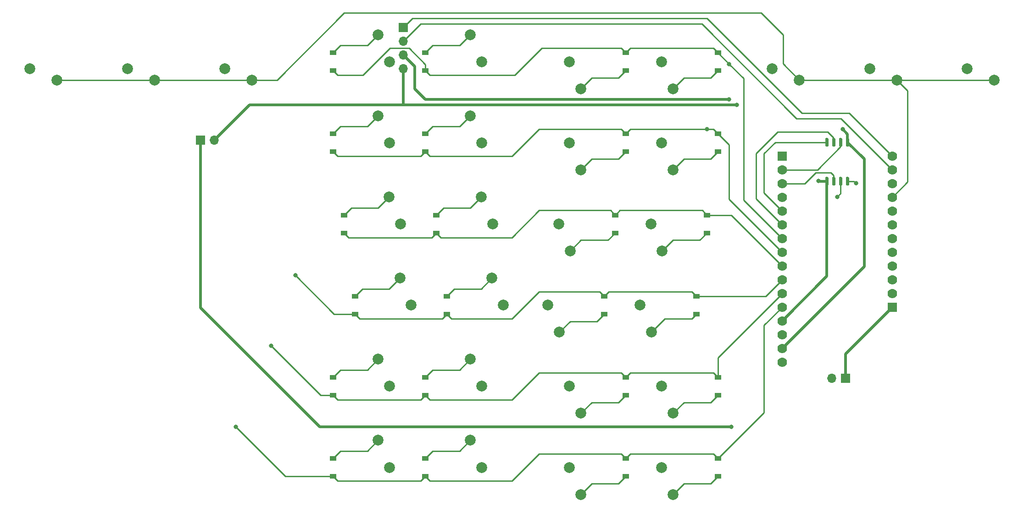
<source format=gbr>
G04 #@! TF.GenerationSoftware,KiCad,Pcbnew,5.1.6*
G04 #@! TF.CreationDate,2020-07-29T22:41:57-05:00*
G04 #@! TF.ProjectId,mobile-steno,6d6f6269-6c65-42d7-9374-656e6f2e6b69,rev?*
G04 #@! TF.SameCoordinates,Original*
G04 #@! TF.FileFunction,Copper,L2,Bot*
G04 #@! TF.FilePolarity,Positive*
%FSLAX46Y46*%
G04 Gerber Fmt 4.6, Leading zero omitted, Abs format (unit mm)*
G04 Created by KiCad (PCBNEW 5.1.6) date 2020-07-29 22:41:57*
%MOMM*%
%LPD*%
G01*
G04 APERTURE LIST*
G04 #@! TA.AperFunction,ComponentPad*
%ADD10C,2.000000*%
G04 #@! TD*
G04 #@! TA.AperFunction,ComponentPad*
%ADD11O,1.700000X1.700000*%
G04 #@! TD*
G04 #@! TA.AperFunction,ComponentPad*
%ADD12R,1.700000X1.700000*%
G04 #@! TD*
G04 #@! TA.AperFunction,SMDPad,CuDef*
%ADD13R,1.200000X0.900000*%
G04 #@! TD*
G04 #@! TA.AperFunction,ComponentPad*
%ADD14C,1.778000*%
G04 #@! TD*
G04 #@! TA.AperFunction,ComponentPad*
%ADD15R,1.778000X1.778000*%
G04 #@! TD*
G04 #@! TA.AperFunction,ViaPad*
%ADD16C,0.800000*%
G04 #@! TD*
G04 #@! TA.AperFunction,Conductor*
%ADD17C,0.250000*%
G04 #@! TD*
G04 #@! TA.AperFunction,Conductor*
%ADD18C,0.508000*%
G04 #@! TD*
G04 #@! TA.AperFunction,Conductor*
%ADD19C,0.254000*%
G04 #@! TD*
G04 APERTURE END LIST*
D10*
X88711740Y-37650780D03*
X90811740Y-42650780D03*
X88711740Y-52650780D03*
X90811740Y-57650780D03*
X109711740Y-82650780D03*
X111811740Y-87650780D03*
X197411740Y-43950780D03*
X202411740Y-46050780D03*
X143111740Y-122650780D03*
X141011740Y-117650780D03*
X88711740Y-112650780D03*
X90811740Y-117650780D03*
D11*
X172371740Y-101150780D03*
D12*
X174911740Y-101150780D03*
D10*
X126111740Y-62650780D03*
X124011740Y-57650780D03*
X161411740Y-43950780D03*
X166411740Y-46050780D03*
X179411740Y-43950780D03*
X184411740Y-46050780D03*
X60411740Y-43950780D03*
X65411740Y-46050780D03*
X42411740Y-43950780D03*
X47411740Y-46050780D03*
X24411740Y-43950780D03*
X29411740Y-46050780D03*
X143111740Y-47650780D03*
X141011740Y-42650780D03*
X143111740Y-62650780D03*
X141011740Y-57650780D03*
X141111740Y-77650780D03*
X139011740Y-72650780D03*
X139111740Y-92650780D03*
X137011740Y-87650780D03*
X143111740Y-107650780D03*
X141011740Y-102650780D03*
X126111740Y-47650780D03*
X124011740Y-42650780D03*
X124111740Y-77650780D03*
X122011740Y-72650780D03*
X122111740Y-92650780D03*
X120011740Y-87650780D03*
X126111740Y-107650780D03*
X124011740Y-102650780D03*
X126111740Y-122650780D03*
X124011740Y-117650780D03*
X90711740Y-67650780D03*
X92811740Y-72650780D03*
X92711740Y-82650780D03*
X94811740Y-87650780D03*
X88711740Y-97650780D03*
X90811740Y-102650780D03*
X105711740Y-37650780D03*
X107811740Y-42650780D03*
X105711740Y-52650780D03*
X107811740Y-57650780D03*
X107711740Y-67650780D03*
X109811740Y-72650780D03*
X105711740Y-97650780D03*
X107811740Y-102650780D03*
X105711740Y-112650780D03*
X107811740Y-117650780D03*
D13*
X151411740Y-41000780D03*
X151411740Y-44300780D03*
X151411740Y-56000780D03*
X151411740Y-59300780D03*
X149411740Y-71000780D03*
X149411740Y-74300780D03*
X147411740Y-86005781D03*
X147411740Y-89305781D03*
X151411740Y-101000780D03*
X151411740Y-104300780D03*
X151411740Y-116000780D03*
X151411740Y-119300780D03*
X134411740Y-41000780D03*
X134411740Y-44300780D03*
X134411740Y-56000780D03*
X134411740Y-59300780D03*
X132411740Y-71000780D03*
X132411740Y-74300780D03*
X130411740Y-86000780D03*
X130411740Y-89300780D03*
X134411740Y-101000780D03*
X134411740Y-104300780D03*
X134411740Y-116000780D03*
X134411740Y-119300780D03*
X80411740Y-44300780D03*
X80411740Y-41000780D03*
X80411740Y-59300780D03*
X80411740Y-56000780D03*
X82411740Y-74300780D03*
X82411740Y-71000780D03*
X84411740Y-89300780D03*
X84411740Y-86000780D03*
X80411740Y-104300780D03*
X80411740Y-101000780D03*
X80411740Y-119300780D03*
X80411740Y-116000780D03*
X97411740Y-44300780D03*
X97411740Y-41000780D03*
X97411740Y-59300780D03*
X97411740Y-56000780D03*
X99411740Y-74300780D03*
X99411740Y-71000780D03*
X101411740Y-89300780D03*
X101411740Y-86000780D03*
X97411740Y-104300780D03*
X97411740Y-101000780D03*
X97411740Y-119300780D03*
X97411740Y-116000780D03*
G04 #@! TA.AperFunction,SMDPad,CuDef*
G36*
G01*
X175466740Y-58350780D02*
X175166740Y-58350780D01*
G75*
G02*
X175016740Y-58200780I0J150000D01*
G01*
X175016740Y-56900780D01*
G75*
G02*
X175166740Y-56750780I150000J0D01*
G01*
X175466740Y-56750780D01*
G75*
G02*
X175616740Y-56900780I0J-150000D01*
G01*
X175616740Y-58200780D01*
G75*
G02*
X175466740Y-58350780I-150000J0D01*
G01*
G37*
G04 #@! TD.AperFunction*
G04 #@! TA.AperFunction,SMDPad,CuDef*
G36*
G01*
X174196740Y-58350780D02*
X173896740Y-58350780D01*
G75*
G02*
X173746740Y-58200780I0J150000D01*
G01*
X173746740Y-56900780D01*
G75*
G02*
X173896740Y-56750780I150000J0D01*
G01*
X174196740Y-56750780D01*
G75*
G02*
X174346740Y-56900780I0J-150000D01*
G01*
X174346740Y-58200780D01*
G75*
G02*
X174196740Y-58350780I-150000J0D01*
G01*
G37*
G04 #@! TD.AperFunction*
G04 #@! TA.AperFunction,SMDPad,CuDef*
G36*
G01*
X172926740Y-58350780D02*
X172626740Y-58350780D01*
G75*
G02*
X172476740Y-58200780I0J150000D01*
G01*
X172476740Y-56900780D01*
G75*
G02*
X172626740Y-56750780I150000J0D01*
G01*
X172926740Y-56750780D01*
G75*
G02*
X173076740Y-56900780I0J-150000D01*
G01*
X173076740Y-58200780D01*
G75*
G02*
X172926740Y-58350780I-150000J0D01*
G01*
G37*
G04 #@! TD.AperFunction*
G04 #@! TA.AperFunction,SMDPad,CuDef*
G36*
G01*
X171656740Y-58350780D02*
X171356740Y-58350780D01*
G75*
G02*
X171206740Y-58200780I0J150000D01*
G01*
X171206740Y-56900780D01*
G75*
G02*
X171356740Y-56750780I150000J0D01*
G01*
X171656740Y-56750780D01*
G75*
G02*
X171806740Y-56900780I0J-150000D01*
G01*
X171806740Y-58200780D01*
G75*
G02*
X171656740Y-58350780I-150000J0D01*
G01*
G37*
G04 #@! TD.AperFunction*
G04 #@! TA.AperFunction,SMDPad,CuDef*
G36*
G01*
X171656740Y-65550780D02*
X171356740Y-65550780D01*
G75*
G02*
X171206740Y-65400780I0J150000D01*
G01*
X171206740Y-64100780D01*
G75*
G02*
X171356740Y-63950780I150000J0D01*
G01*
X171656740Y-63950780D01*
G75*
G02*
X171806740Y-64100780I0J-150000D01*
G01*
X171806740Y-65400780D01*
G75*
G02*
X171656740Y-65550780I-150000J0D01*
G01*
G37*
G04 #@! TD.AperFunction*
G04 #@! TA.AperFunction,SMDPad,CuDef*
G36*
G01*
X172926740Y-65550780D02*
X172626740Y-65550780D01*
G75*
G02*
X172476740Y-65400780I0J150000D01*
G01*
X172476740Y-64100780D01*
G75*
G02*
X172626740Y-63950780I150000J0D01*
G01*
X172926740Y-63950780D01*
G75*
G02*
X173076740Y-64100780I0J-150000D01*
G01*
X173076740Y-65400780D01*
G75*
G02*
X172926740Y-65550780I-150000J0D01*
G01*
G37*
G04 #@! TD.AperFunction*
G04 #@! TA.AperFunction,SMDPad,CuDef*
G36*
G01*
X174196740Y-65550780D02*
X173896740Y-65550780D01*
G75*
G02*
X173746740Y-65400780I0J150000D01*
G01*
X173746740Y-64100780D01*
G75*
G02*
X173896740Y-63950780I150000J0D01*
G01*
X174196740Y-63950780D01*
G75*
G02*
X174346740Y-64100780I0J-150000D01*
G01*
X174346740Y-65400780D01*
G75*
G02*
X174196740Y-65550780I-150000J0D01*
G01*
G37*
G04 #@! TD.AperFunction*
G04 #@! TA.AperFunction,SMDPad,CuDef*
G36*
G01*
X175466740Y-65550780D02*
X175166740Y-65550780D01*
G75*
G02*
X175016740Y-65400780I0J150000D01*
G01*
X175016740Y-64100780D01*
G75*
G02*
X175166740Y-63950780I150000J0D01*
G01*
X175466740Y-63950780D01*
G75*
G02*
X175616740Y-64100780I0J-150000D01*
G01*
X175616740Y-65400780D01*
G75*
G02*
X175466740Y-65550780I-150000J0D01*
G01*
G37*
G04 #@! TD.AperFunction*
D11*
X93311740Y-38890780D03*
X93311740Y-41430780D03*
X93311740Y-43970780D03*
D12*
X93311740Y-36350780D03*
D11*
X58451740Y-57150780D03*
D12*
X55911740Y-57150780D03*
D14*
X163251740Y-98200780D03*
X163251740Y-95660780D03*
X163251740Y-93120780D03*
X163251740Y-90580780D03*
X163251740Y-88040780D03*
X163251740Y-85500780D03*
X163251740Y-82960780D03*
X163251740Y-80420780D03*
X163251740Y-77880780D03*
X163251740Y-75340780D03*
X163251740Y-72800780D03*
X163251740Y-70260780D03*
X163251740Y-67720780D03*
X163251740Y-65180780D03*
X163251740Y-62640780D03*
D15*
X163251740Y-60100780D03*
D14*
X183571740Y-85500780D03*
D15*
X183571740Y-88040780D03*
D14*
X183571740Y-82960780D03*
X183571740Y-80420780D03*
X183571740Y-77880780D03*
X183571740Y-75340780D03*
X183571740Y-72800780D03*
X183571740Y-70260780D03*
X183571740Y-67720780D03*
X183571740Y-65180780D03*
X183571740Y-62640780D03*
X183571740Y-60100780D03*
D16*
X169925807Y-64664847D03*
X154911712Y-50650780D03*
X62411740Y-110150780D03*
X68911740Y-95150780D03*
X73411740Y-82150780D03*
X149411740Y-55150780D03*
X153486740Y-43075780D03*
X153911740Y-110150780D03*
X153411740Y-49650780D03*
X174411740Y-55150780D03*
X176911740Y-65150780D03*
X173411740Y-67650780D03*
D17*
X97411740Y-116000780D02*
X98761740Y-114650780D01*
X103711740Y-114650780D02*
X105711740Y-112650780D01*
X98761740Y-114650780D02*
X103711740Y-114650780D01*
X97411740Y-101000780D02*
X98761740Y-99650780D01*
X103711740Y-99650780D02*
X105711740Y-97650780D01*
X98761740Y-99650780D02*
X103711740Y-99650780D01*
X101411740Y-86000780D02*
X102761740Y-84650780D01*
X107711740Y-84650780D02*
X109711740Y-82650780D01*
X102761740Y-84650780D02*
X107711740Y-84650780D01*
X99411740Y-71000780D02*
X100761740Y-69650780D01*
X105711740Y-69650780D02*
X107711740Y-67650780D01*
X100761740Y-69650780D02*
X105711740Y-69650780D01*
X97411740Y-56000780D02*
X98761740Y-54650780D01*
X103711740Y-54650780D02*
X105711740Y-52650780D01*
X98761740Y-54650780D02*
X103711740Y-54650780D01*
X97411740Y-41000780D02*
X98761740Y-39650780D01*
X103711740Y-39650780D02*
X105711740Y-37650780D01*
X98761740Y-39650780D02*
X103711740Y-39650780D01*
X80411740Y-116000780D02*
X81761740Y-114650780D01*
X86711740Y-114650780D02*
X88711740Y-112650780D01*
X81761740Y-114650780D02*
X86711740Y-114650780D01*
X80411740Y-101000780D02*
X81761740Y-99650780D01*
X86711740Y-99650780D02*
X88711740Y-97650780D01*
X81761740Y-99650780D02*
X86711740Y-99650780D01*
X84411740Y-86000780D02*
X85761740Y-84650780D01*
X90711740Y-84650780D02*
X92711740Y-82650780D01*
X85761740Y-84650780D02*
X90711740Y-84650780D01*
X82411740Y-71000780D02*
X83761740Y-69650780D01*
X88711740Y-69650780D02*
X90711740Y-67650780D01*
X83761740Y-69650780D02*
X88711740Y-69650780D01*
X80411740Y-56000780D02*
X81761740Y-54650780D01*
X86711740Y-54650780D02*
X88711740Y-52650780D01*
X81761740Y-54650780D02*
X86711740Y-54650780D01*
X80411740Y-41000780D02*
X81761740Y-39650780D01*
X86711740Y-39650780D02*
X88711740Y-37650780D01*
X81761740Y-39650780D02*
X86711740Y-39650780D01*
D18*
X171506740Y-82325780D02*
X171506740Y-64650780D01*
X163251740Y-90580780D02*
X171506740Y-82325780D01*
X170011740Y-64750780D02*
X169925807Y-64664847D01*
X171506740Y-64750780D02*
X170011740Y-64750780D01*
X154911712Y-50650752D02*
X154911712Y-50650780D01*
X154911684Y-50650780D02*
X154911712Y-50650752D01*
X64951740Y-50650780D02*
X154911684Y-50650780D01*
X58451740Y-57150780D02*
X64951740Y-50650780D01*
X93311740Y-50550780D02*
X93411740Y-50650780D01*
X93311740Y-43970780D02*
X93311740Y-50550780D01*
D17*
X97411740Y-119300780D02*
X96561740Y-120150780D01*
X81261740Y-120150780D02*
X80411740Y-119300780D01*
X96561740Y-120150780D02*
X81261740Y-120150780D01*
X97411740Y-119300780D02*
X98261740Y-120150780D01*
X98261740Y-120150780D02*
X113411740Y-120150780D01*
X113411740Y-120150780D02*
X118411740Y-115150780D01*
X133561740Y-115150780D02*
X134411740Y-116000780D01*
X118411740Y-115150780D02*
X133561740Y-115150780D01*
X150561740Y-115150780D02*
X151411740Y-116000780D01*
X135261740Y-115150780D02*
X150561740Y-115150780D01*
X134411740Y-116000780D02*
X135261740Y-115150780D01*
X71561740Y-119300780D02*
X80411740Y-119300780D01*
X62411740Y-110150780D02*
X71561740Y-119300780D01*
X151411740Y-116000780D02*
X159911740Y-107500780D01*
X159911740Y-91380780D02*
X163251740Y-88040780D01*
X159911740Y-107500780D02*
X159911740Y-91380780D01*
X135261740Y-100150780D02*
X134411740Y-101000780D01*
X150561740Y-100150780D02*
X135261740Y-100150780D01*
X151411740Y-101000780D02*
X150561740Y-100150780D01*
X81261740Y-105150780D02*
X80411740Y-104300780D01*
X96561740Y-105150780D02*
X81261740Y-105150780D01*
X97411740Y-104300780D02*
X96561740Y-105150780D01*
X98261740Y-105150780D02*
X97411740Y-104300780D01*
X113410241Y-105150780D02*
X98261740Y-105150780D01*
X118410241Y-100150780D02*
X113410241Y-105150780D01*
X133561740Y-100150780D02*
X118410241Y-100150780D01*
X134411740Y-101000780D02*
X133561740Y-100150780D01*
X78061740Y-104300780D02*
X80411740Y-104300780D01*
X68911740Y-95150780D02*
X78061740Y-104300780D01*
X151411740Y-97340780D02*
X163251740Y-85500780D01*
X151411740Y-101000780D02*
X151411740Y-97340780D01*
X129556739Y-85150780D02*
X130411740Y-86005781D01*
X113411740Y-90150780D02*
X118411740Y-85150780D01*
X102261740Y-90150780D02*
X113411740Y-90150780D01*
X118411740Y-85150780D02*
X129556739Y-85150780D01*
X101411740Y-89300780D02*
X102261740Y-90150780D01*
X146556739Y-85150780D02*
X147411740Y-86005781D01*
X131266741Y-85150780D02*
X146556739Y-85150780D01*
X130411740Y-86005781D02*
X131266741Y-85150780D01*
X85261740Y-90150780D02*
X84411740Y-89300780D01*
X100561740Y-90150780D02*
X85261740Y-90150780D01*
X101411740Y-89300780D02*
X100561740Y-90150780D01*
X80561740Y-89300780D02*
X84411740Y-89300780D01*
X73411740Y-82150780D02*
X80561740Y-89300780D01*
X160206739Y-86005781D02*
X163251740Y-82960780D01*
X147411740Y-86005781D02*
X160206739Y-86005781D01*
X148561740Y-70150780D02*
X149411740Y-71000780D01*
X133261740Y-70150780D02*
X148561740Y-70150780D01*
X132411740Y-71000780D02*
X133261740Y-70150780D01*
X131561740Y-70150780D02*
X132411740Y-71000780D01*
X113411740Y-75150780D02*
X118411740Y-70150780D01*
X100261740Y-75150780D02*
X113411740Y-75150780D01*
X118411740Y-70150780D02*
X131561740Y-70150780D01*
X99411740Y-74300780D02*
X100261740Y-75150780D01*
X98561740Y-75150780D02*
X99411740Y-74300780D01*
X83261740Y-75150780D02*
X98561740Y-75150780D01*
X82411740Y-74300780D02*
X83261740Y-75150780D01*
X153831740Y-71000780D02*
X163251740Y-80420780D01*
X149411740Y-71000780D02*
X153831740Y-71000780D01*
X97411740Y-59300780D02*
X96561740Y-60150780D01*
X81261740Y-60150780D02*
X80411740Y-59300780D01*
X96561740Y-60150780D02*
X81261740Y-60150780D01*
X133561740Y-55150780D02*
X134411740Y-56000780D01*
X118411740Y-55150780D02*
X133561740Y-55150780D01*
X113411740Y-60150780D02*
X118411740Y-55150780D01*
X98261740Y-60150780D02*
X113411740Y-60150780D01*
X97411740Y-59300780D02*
X98261740Y-60150780D01*
X150561740Y-55150780D02*
X151411740Y-56000780D01*
X134411740Y-56000780D02*
X135261740Y-55150780D01*
X153411740Y-68040780D02*
X163251740Y-77880780D01*
X151411740Y-56000780D02*
X153411740Y-58000780D01*
X153411740Y-62150780D02*
X153411740Y-68040780D01*
X153411740Y-58000780D02*
X153411740Y-62150780D01*
X149411740Y-55150780D02*
X150561740Y-55150780D01*
X135261740Y-55150780D02*
X149411740Y-55150780D01*
D19*
X29411740Y-46050780D02*
X65411740Y-46050780D01*
X166411740Y-46050780D02*
X202411740Y-46050780D01*
X82411740Y-33650780D02*
X159411740Y-33650780D01*
X70011740Y-46050780D02*
X82411740Y-33650780D01*
X163411740Y-43050780D02*
X166411740Y-46050780D01*
X163411740Y-37650780D02*
X163411740Y-43050780D01*
X159411740Y-33650780D02*
X163411740Y-37650780D01*
X65411740Y-46050780D02*
X70011740Y-46050780D01*
X186411740Y-64880780D02*
X186411740Y-48050780D01*
X186411740Y-48050780D02*
X184411740Y-46050780D01*
X183571740Y-67720780D02*
X186411740Y-64880780D01*
D17*
X134411740Y-104300780D02*
X133061740Y-105650780D01*
X128111740Y-105650780D02*
X126111740Y-107650780D01*
X133061740Y-105650780D02*
X128111740Y-105650780D01*
X130411740Y-89305781D02*
X129066741Y-90650780D01*
X124111740Y-90650780D02*
X122111740Y-92650780D01*
X129066741Y-90650780D02*
X124111740Y-90650780D01*
X134411740Y-41000780D02*
X135261740Y-40150780D01*
X150561740Y-40150780D02*
X151411740Y-41000780D01*
X135261740Y-40150780D02*
X150561740Y-40150780D01*
X98261740Y-45150780D02*
X97411740Y-44300780D01*
X118911740Y-40150780D02*
X113911740Y-45150780D01*
X133561740Y-40150780D02*
X118911740Y-40150780D01*
X113911740Y-45150780D02*
X98261740Y-45150780D01*
X134411740Y-41000780D02*
X133561740Y-40150780D01*
X151411740Y-41000780D02*
X153486740Y-43075780D01*
X90911740Y-40150780D02*
X94411740Y-40150780D01*
X97411740Y-43150780D02*
X97411740Y-44300780D01*
X85911740Y-45150780D02*
X90911740Y-40150780D01*
X81261740Y-45150780D02*
X85911740Y-45150780D01*
X94411740Y-40150780D02*
X97411740Y-43150780D01*
X80411740Y-44300780D02*
X81261740Y-45150780D01*
X153486740Y-43075780D02*
X156136741Y-45725781D01*
X156136741Y-45725781D02*
X156136741Y-68225781D01*
X156136741Y-68225781D02*
X163251740Y-75340780D01*
X134411740Y-119300780D02*
X133061740Y-120650780D01*
X128111740Y-120650780D02*
X126111740Y-122650780D01*
X133061740Y-120650780D02*
X128111740Y-120650780D01*
X132411740Y-74300780D02*
X131061740Y-75650780D01*
X126111740Y-75650780D02*
X124111740Y-77650780D01*
X131061740Y-75650780D02*
X126111740Y-75650780D01*
X134411740Y-59300780D02*
X133061740Y-60650780D01*
X128111740Y-60650780D02*
X126111740Y-62650780D01*
X133061740Y-60650780D02*
X128111740Y-60650780D01*
X134411740Y-44300780D02*
X133061740Y-45650780D01*
X128111740Y-45650780D02*
X126111740Y-47650780D01*
X133061740Y-45650780D02*
X128111740Y-45650780D01*
X151411740Y-119300780D02*
X150061740Y-120650780D01*
X145111740Y-120650780D02*
X143111740Y-122650780D01*
X150061740Y-120650780D02*
X145111740Y-120650780D01*
X151411740Y-104300780D02*
X150061740Y-105650780D01*
X145111740Y-105650780D02*
X143111740Y-107650780D01*
X150061740Y-105650780D02*
X145111740Y-105650780D01*
X141611740Y-90150780D02*
X139111740Y-92650780D01*
X146566741Y-90150780D02*
X141611740Y-90150780D01*
X147411740Y-89305781D02*
X146566741Y-90150780D01*
X149411740Y-74300780D02*
X148061740Y-75650780D01*
X143111740Y-75650780D02*
X141111740Y-77650780D01*
X148061740Y-75650780D02*
X143111740Y-75650780D01*
D18*
X174911740Y-96700780D02*
X183571740Y-88040780D01*
X174911740Y-101150780D02*
X174911740Y-96700780D01*
X77911740Y-110150780D02*
X153911740Y-110150780D01*
X55911740Y-88150780D02*
X77911740Y-110150780D01*
X55911740Y-57150780D02*
X55911740Y-88150780D01*
X178411740Y-60645780D02*
X175316740Y-57550780D01*
X178411740Y-80500780D02*
X178411740Y-60645780D01*
X163251740Y-95660780D02*
X178411740Y-80500780D01*
X93311740Y-41430780D02*
X95411740Y-43530780D01*
X95411740Y-43530780D02*
X95411740Y-47650780D01*
X95411740Y-47650780D02*
X97411740Y-49650780D01*
X97411740Y-49650780D02*
X153411740Y-49650780D01*
X175316740Y-56055780D02*
X175316740Y-57550780D01*
X174411740Y-55150780D02*
X175316740Y-56055780D01*
D19*
X148411740Y-35650780D02*
X96551740Y-35650780D01*
X96551740Y-35650780D02*
X93311740Y-38890780D01*
X165911740Y-53150780D02*
X148411740Y-35650780D01*
X174081740Y-53150780D02*
X165911740Y-53150780D01*
X183571740Y-62640780D02*
X174081740Y-53150780D01*
X175621740Y-52150780D02*
X183571740Y-60100780D01*
X149411740Y-34650780D02*
X166911740Y-52150780D01*
X166911740Y-52150780D02*
X175621740Y-52150780D01*
X95011740Y-34650780D02*
X149411740Y-34650780D01*
X93311740Y-36350780D02*
X95011740Y-34650780D01*
X163251740Y-72800780D02*
X158411740Y-67960780D01*
X158411740Y-67960780D02*
X158411740Y-59650780D01*
X158411740Y-59650780D02*
X162411740Y-55650780D01*
X172776740Y-56750780D02*
X172776740Y-57550780D01*
X171676740Y-55650780D02*
X172776740Y-56750780D01*
X162411740Y-55650780D02*
X171676740Y-55650780D01*
X176511740Y-64750780D02*
X176911740Y-65150780D01*
X175316740Y-64750780D02*
X176511740Y-64750780D01*
D17*
X151411740Y-59300780D02*
X150061740Y-60650780D01*
X145111740Y-60650780D02*
X143111740Y-62650780D01*
X150061740Y-60650780D02*
X145111740Y-60650780D01*
X151411740Y-44300780D02*
X150061740Y-45650780D01*
X145111740Y-45650780D02*
X143111740Y-47650780D01*
X150061740Y-45650780D02*
X145111740Y-45650780D01*
D19*
X174046740Y-67015780D02*
X173411740Y-67650780D01*
X174046740Y-64750780D02*
X174046740Y-67015780D01*
X163251740Y-70260780D02*
X159911740Y-66920780D01*
X159911740Y-66920780D02*
X159911740Y-59650780D01*
X162011740Y-57550780D02*
X171506740Y-57550780D01*
X159911740Y-59650780D02*
X162011740Y-57550780D01*
X174046740Y-58350780D02*
X174046740Y-57550780D01*
X169756740Y-62640780D02*
X174046740Y-58350780D01*
X163251740Y-62640780D02*
X169756740Y-62640780D01*
X172776740Y-63650780D02*
X172776740Y-64750780D01*
X172276740Y-63150780D02*
X172776740Y-63650780D01*
X169411740Y-63150780D02*
X172276740Y-63150780D01*
X167381740Y-65180780D02*
X169411740Y-63150780D01*
X163251740Y-65180780D02*
X167381740Y-65180780D01*
M02*

</source>
